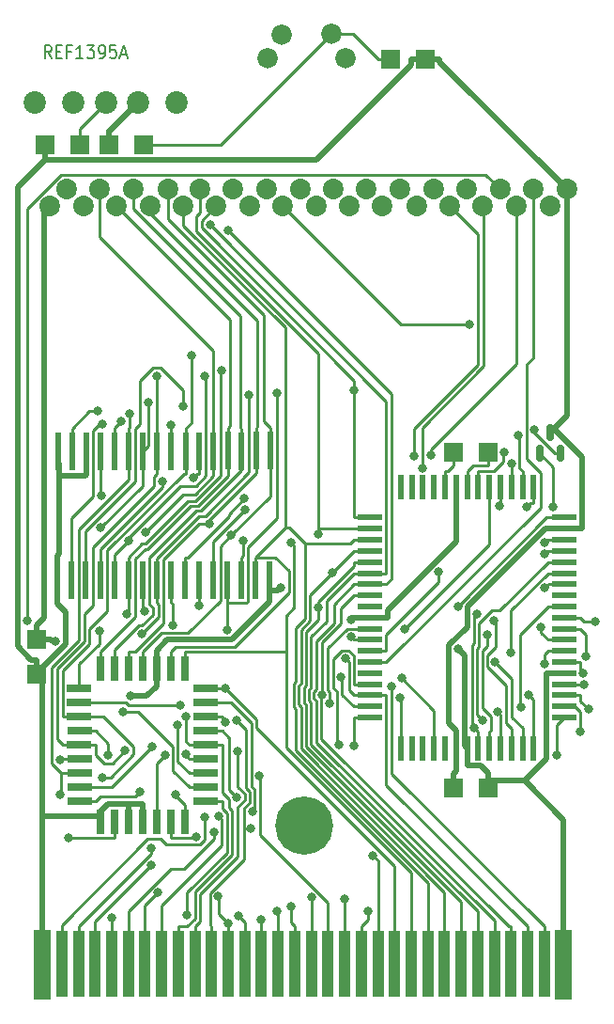
<source format=gbr>
%TF.GenerationSoftware,KiCad,Pcbnew,(6.0.2)*%
%TF.CreationDate,2022-10-22T13:12:19-05:00*%
%TF.ProjectId,REF1395A Optimized,52454631-3339-4354-9120-4f7074696d69,rev?*%
%TF.SameCoordinates,Original*%
%TF.FileFunction,Copper,L1,Top*%
%TF.FilePolarity,Positive*%
%FSLAX46Y46*%
G04 Gerber Fmt 4.6, Leading zero omitted, Abs format (unit mm)*
G04 Created by KiCad (PCBNEW (6.0.2)) date 2022-10-22 13:12:19*
%MOMM*%
%LPD*%
G01*
G04 APERTURE LIST*
G04 Aperture macros list*
%AMRoundRect*
0 Rectangle with rounded corners*
0 $1 Rounding radius*
0 $2 $3 $4 $5 $6 $7 $8 $9 X,Y pos of 4 corners*
0 Add a 4 corners polygon primitive as box body*
4,1,4,$2,$3,$4,$5,$6,$7,$8,$9,$2,$3,0*
0 Add four circle primitives for the rounded corners*
1,1,$1+$1,$2,$3*
1,1,$1+$1,$4,$5*
1,1,$1+$1,$6,$7*
1,1,$1+$1,$8,$9*
0 Add four rect primitives between the rounded corners*
20,1,$1+$1,$2,$3,$4,$5,0*
20,1,$1+$1,$4,$5,$6,$7,0*
20,1,$1+$1,$6,$7,$8,$9,0*
20,1,$1+$1,$8,$9,$2,$3,0*%
G04 Aperture macros list end*
%ADD10C,0.170000*%
%TA.AperFunction,NonConductor*%
%ADD11C,0.170000*%
%TD*%
%TA.AperFunction,SMDPad,CuDef*%
%ADD12R,2.250000X0.600000*%
%TD*%
%TA.AperFunction,SMDPad,CuDef*%
%ADD13R,0.600000X2.250000*%
%TD*%
%TA.AperFunction,SMDPad,CuDef*%
%ADD14RoundRect,0.150000X0.150000X-0.587500X0.150000X0.587500X-0.150000X0.587500X-0.150000X-0.587500X0*%
%TD*%
%TA.AperFunction,ComponentPad*%
%ADD15C,5.240000*%
%TD*%
%TA.AperFunction,ComponentPad*%
%ADD16C,1.860000*%
%TD*%
%TA.AperFunction,SMDPad,CuDef*%
%ADD17R,0.600000X3.420000*%
%TD*%
%TA.AperFunction,SMDPad,CuDef*%
%ADD18R,1.670000X1.670000*%
%TD*%
%TA.AperFunction,SMDPad,CuDef*%
%ADD19R,1.500000X6.250000*%
%TD*%
%TA.AperFunction,SMDPad,CuDef*%
%ADD20R,1.000000X6.000000*%
%TD*%
%TA.AperFunction,ComponentPad*%
%ADD21C,1.830000*%
%TD*%
%TA.AperFunction,ComponentPad*%
%ADD22C,2.020000*%
%TD*%
%TA.AperFunction,SMDPad,CuDef*%
%ADD23R,0.650000X2.300000*%
%TD*%
%TA.AperFunction,SMDPad,CuDef*%
%ADD24R,2.300000X0.650000*%
%TD*%
%TA.AperFunction,ViaPad*%
%ADD25C,0.800000*%
%TD*%
%TA.AperFunction,Conductor*%
%ADD26C,0.250000*%
%TD*%
%TA.AperFunction,Conductor*%
%ADD27C,0.500000*%
%TD*%
G04 APERTURE END LIST*
D10*
D11*
X123785000Y-57746857D02*
X123435000Y-57175428D01*
X123185000Y-57746857D02*
X123185000Y-56546857D01*
X123585000Y-56546857D01*
X123685000Y-56604000D01*
X123735000Y-56661142D01*
X123785000Y-56775428D01*
X123785000Y-56946857D01*
X123735000Y-57061142D01*
X123685000Y-57118285D01*
X123585000Y-57175428D01*
X123185000Y-57175428D01*
X124235000Y-57118285D02*
X124585000Y-57118285D01*
X124735000Y-57746857D02*
X124235000Y-57746857D01*
X124235000Y-56546857D01*
X124735000Y-56546857D01*
X125535000Y-57118285D02*
X125185000Y-57118285D01*
X125185000Y-57746857D02*
X125185000Y-56546857D01*
X125685000Y-56546857D01*
X126635000Y-57746857D02*
X126035000Y-57746857D01*
X126335000Y-57746857D02*
X126335000Y-56546857D01*
X126235000Y-56718285D01*
X126135000Y-56832571D01*
X126035000Y-56889714D01*
X126985000Y-56546857D02*
X127635000Y-56546857D01*
X127285000Y-57004000D01*
X127435000Y-57004000D01*
X127535000Y-57061142D01*
X127585000Y-57118285D01*
X127635000Y-57232571D01*
X127635000Y-57518285D01*
X127585000Y-57632571D01*
X127535000Y-57689714D01*
X127435000Y-57746857D01*
X127135000Y-57746857D01*
X127035000Y-57689714D01*
X126985000Y-57632571D01*
X128135000Y-57746857D02*
X128335000Y-57746857D01*
X128435000Y-57689714D01*
X128485000Y-57632571D01*
X128585000Y-57461142D01*
X128635000Y-57232571D01*
X128635000Y-56775428D01*
X128585000Y-56661142D01*
X128535000Y-56604000D01*
X128435000Y-56546857D01*
X128235000Y-56546857D01*
X128135000Y-56604000D01*
X128085000Y-56661142D01*
X128035000Y-56775428D01*
X128035000Y-57061142D01*
X128085000Y-57175428D01*
X128135000Y-57232571D01*
X128235000Y-57289714D01*
X128435000Y-57289714D01*
X128535000Y-57232571D01*
X128585000Y-57175428D01*
X128635000Y-57061142D01*
X129585000Y-56546857D02*
X129085000Y-56546857D01*
X129035000Y-57118285D01*
X129085000Y-57061142D01*
X129185000Y-57004000D01*
X129435000Y-57004000D01*
X129535000Y-57061142D01*
X129585000Y-57118285D01*
X129635000Y-57232571D01*
X129635000Y-57518285D01*
X129585000Y-57632571D01*
X129535000Y-57689714D01*
X129435000Y-57746857D01*
X129185000Y-57746857D01*
X129085000Y-57689714D01*
X129035000Y-57632571D01*
X130035000Y-57404000D02*
X130535000Y-57404000D01*
X129935000Y-57746857D02*
X130285000Y-56546857D01*
X130635000Y-57746857D01*
D12*
%TO.P,U3,1,I/O*%
%TO.N,/D0*%
X152520000Y-99099000D03*
%TO.P,U3,2,I/O*%
%TO.N,/D1*%
X152520000Y-100099000D03*
%TO.P,U3,3,I/O*%
%TO.N,/D2*%
X152520000Y-101099000D03*
%TO.P,U3,4,I/O*%
%TO.N,/D3*%
X152520000Y-102099000D03*
%TO.P,U3,5,I/O*%
%TO.N,/D4*%
X152520000Y-103099000D03*
%TO.P,U3,6,I/O*%
%TO.N,/D5*%
X152520000Y-104099000D03*
%TO.P,U3,7,I/O*%
%TO.N,/D6*%
X152520000Y-105099000D03*
%TO.P,U3,8,I/O*%
%TO.N,/D7*%
X152520000Y-106099000D03*
%TO.P,U3,9,I/O*%
%TO.N,unconnected-(U3-Pad9)*%
X152520000Y-107099000D03*
%TO.P,U3,10,GND*%
%TO.N,/GND*%
X152520000Y-108099000D03*
%TO.P,U3,11,I/O*%
%TO.N,/CE_SST*%
X152520000Y-109099000D03*
%TO.P,U3,12,I/O*%
%TO.N,/CE_V62*%
X152520000Y-110099000D03*
%TO.P,U3,13,I/O*%
%TO.N,/Rd_Game*%
X152520000Y-111099000D03*
%TO.P,U3,14,I/O*%
%TO.N,/Wr_Game*%
X152520000Y-112099000D03*
%TO.P,U3,15,I/O*%
%TO.N,unconnected-(U3-Pad15)*%
X152520000Y-113099000D03*
%TO.P,U3,16,I/O*%
%TO.N,/Rd_Sys*%
X152520000Y-114099000D03*
%TO.P,U3,17,I/O*%
%TO.N,/Reset*%
X152520000Y-115099000D03*
%TO.P,U3,18,I/O*%
%TO.N,/Switch*%
X152520000Y-116099000D03*
%TO.P,U3,19,I/O*%
%TO.N,/Wr_Sys*%
X152520000Y-117099000D03*
D13*
%TO.P,U3,20,I/O*%
%TO.N,/Button*%
X155270000Y-119849000D03*
%TO.P,U3,21,I/O*%
%TO.N,unconnected-(U3-Pad21)*%
X156270000Y-119849000D03*
%TO.P,U3,22,I/O*%
%TO.N,unconnected-(U3-Pad22)*%
X157270000Y-119849000D03*
%TO.P,U3,23,I/O*%
%TO.N,/A15_Game*%
X158270000Y-119849000D03*
%TO.P,U3,24,I/O*%
%TO.N,unconnected-(U3-Pad24)*%
X159270000Y-119849000D03*
%TO.P,U3,25,VCC*%
%TO.N,/VCC*%
X160270000Y-119849000D03*
%TO.P,U3,26,GND*%
%TO.N,/GND*%
X161270000Y-119849000D03*
%TO.P,U3,27,I/O*%
%TO.N,/A0*%
X162270000Y-119849000D03*
%TO.P,U3,28,I/O*%
%TO.N,/A1*%
X163270000Y-119849000D03*
%TO.P,U3,29,I/O*%
%TO.N,/A2*%
X164270000Y-119849000D03*
%TO.P,U3,30,I/O*%
%TO.N,/A3*%
X165270000Y-119849000D03*
%TO.P,U3,31,I/O*%
%TO.N,/A4*%
X166270000Y-119849000D03*
%TO.P,U3,32,I/O*%
%TO.N,/A5*%
X167270000Y-119849000D03*
D12*
%TO.P,U3,33,I/O*%
%TO.N,/A6*%
X170020000Y-117099000D03*
%TO.P,U3,34,I/O*%
%TO.N,/A7*%
X170020000Y-116099000D03*
%TO.P,U3,35,I/O*%
%TO.N,/A8*%
X170020000Y-115099000D03*
%TO.P,U3,36,I/O*%
%TO.N,/A9*%
X170020000Y-114099000D03*
%TO.P,U3,37,GND*%
%TO.N,/GND*%
X170020000Y-113099000D03*
%TO.P,U3,38,I/O*%
%TO.N,/A10*%
X170020000Y-112099000D03*
%TO.P,U3,39,I/O*%
%TO.N,/A11*%
X170020000Y-111099000D03*
%TO.P,U3,40,I/O*%
%TO.N,/A12*%
X170020000Y-110099000D03*
%TO.P,U3,41,I/O*%
%TO.N,/A13*%
X170020000Y-109099000D03*
%TO.P,U3,42,I/O*%
%TO.N,/A14*%
X170020000Y-108099000D03*
%TO.P,U3,43,I/O*%
%TO.N,/A15_Sys*%
X170020000Y-107099000D03*
%TO.P,U3,44,I/O*%
%TO.N,unconnected-(U3-Pad44)*%
X170020000Y-106099000D03*
%TO.P,U3,45,I/O*%
%TO.N,/A13_SST*%
X170020000Y-105099000D03*
%TO.P,U3,46,I/O*%
%TO.N,/A14_SST*%
X170020000Y-104099000D03*
%TO.P,U3,47,I/O*%
%TO.N,/A15_SST*%
X170020000Y-103099000D03*
%TO.P,U3,48,I/O*%
%TO.N,/A16_SST*%
X170020000Y-102099000D03*
%TO.P,U3,49,I/O*%
%TO.N,/BC847C*%
X170020000Y-101099000D03*
%TO.P,U3,50,VCC*%
%TO.N,/VCC*%
X170020000Y-100099000D03*
%TO.P,U3,51,I/O*%
%TO.N,/A12_V62*%
X170020000Y-99099000D03*
D13*
%TO.P,U3,52,I/O*%
%TO.N,/A13_V62*%
X167270000Y-96349000D03*
%TO.P,U3,53,I/O*%
%TO.N,/A14_V62*%
X166270000Y-96349000D03*
%TO.P,U3,54,I/O*%
%TO.N,/A15_V62*%
X165270000Y-96349000D03*
%TO.P,U3,55,I/O*%
%TO.N,/A16_V62*%
X164270000Y-96349000D03*
%TO.P,U3,56,I/O*%
%TO.N,/WE*%
X163270000Y-96349000D03*
%TO.P,U3,57,I/O*%
%TO.N,/OE_V62*%
X162270000Y-96349000D03*
%TO.P,U3,58,I/O*%
%TO.N,/Ind1*%
X161270000Y-96349000D03*
%TO.P,U3,59,GND*%
%TO.N,/GND*%
X160270000Y-96349000D03*
%TO.P,U3,60,I/O*%
%TO.N,/Ind2*%
X159270000Y-96349000D03*
%TO.P,U3,61,I/O*%
%TO.N,unconnected-(U3-Pad61)*%
X158270000Y-96349000D03*
%TO.P,U3,62,I/O*%
%TO.N,unconnected-(U3-Pad62)*%
X157270000Y-96349000D03*
%TO.P,U3,63,I/O*%
%TO.N,unconnected-(U3-Pad63)*%
X156270000Y-96349000D03*
%TO.P,U3,64,I/O*%
%TO.N,unconnected-(U3-Pad64)*%
X155270000Y-96349000D03*
%TD*%
D14*
%TO.P,Q1,1,B*%
%TO.N,/BC847C*%
X167791000Y-93336500D03*
%TO.P,Q1,2,E*%
%TO.N,/D0*%
X169691000Y-93336500D03*
%TO.P,Q1,3,C*%
%TO.N,/VCC*%
X168741000Y-91461500D03*
%TD*%
D15*
%TO.P,REF\u002A\u002A,1*%
%TO.N,N/C*%
X146580000Y-126866000D03*
%TD*%
D16*
%TO.P,J2,1,+5V*%
%TO.N,/VCC*%
X170263800Y-69521000D03*
%TO.P,J2,2,Clock*%
%TO.N,/Clk*%
X168717300Y-71029000D03*
%TO.P,J2,3,Write*%
%TO.N,/Wr_Game*%
X167248900Y-69520900D03*
%TO.P,J2,4,Read*%
%TO.N,/Rd_Game*%
X165700800Y-71027000D03*
%TO.P,J2,5,CS*%
%TO.N,/CS*%
X164230800Y-69521000D03*
%TO.P,J2,6,A0*%
%TO.N,/A0*%
X162684800Y-71029000D03*
%TO.P,J2,7,A1*%
%TO.N,/A1*%
X161216400Y-69520900D03*
%TO.P,J2,8,A2*%
%TO.N,/A2*%
X159666800Y-71028000D03*
%TO.P,J2,9,A3*%
%TO.N,/A3*%
X158240800Y-69522000D03*
%TO.P,J2,10,A4*%
%TO.N,/A4*%
X156692000Y-71029000D03*
%TO.P,J2,11,A5*%
%TO.N,/A5*%
X155183900Y-69520900D03*
%TO.P,J2,12,A6*%
%TO.N,/A6*%
X153631800Y-71029000D03*
%TO.P,J2,13,A7*%
%TO.N,/A7*%
X152167600Y-69520900D03*
%TO.P,J2,14,A8*%
%TO.N,/A8*%
X150617800Y-71029000D03*
%TO.P,J2,15,A9*%
%TO.N,/A9*%
X149231800Y-69520000D03*
%TO.P,J2,16,A10*%
%TO.N,/A10*%
X147680800Y-71030000D03*
%TO.P,J2,17,A11*%
%TO.N,/A11*%
X146210800Y-69521000D03*
%TO.P,J2,18,A12*%
%TO.N,/A12*%
X144665800Y-71028000D03*
%TO.P,J2,19,A13*%
%TO.N,/A13*%
X143196800Y-69522000D03*
%TO.P,J2,20,A14*%
%TO.N,/A14*%
X141648800Y-71030000D03*
%TO.P,J2,21,A15*%
%TO.N,/A15_Game*%
X140180800Y-69520000D03*
%TO.P,J2,22,Data_0*%
%TO.N,/D0*%
X138635800Y-71028000D03*
%TO.P,J2,23,Data_1*%
%TO.N,/D1*%
X137202800Y-69519000D03*
%TO.P,J2,24,Data_2*%
%TO.N,/D2*%
X135658800Y-71029000D03*
%TO.P,J2,25,Data_3*%
%TO.N,/D3*%
X134267800Y-69524000D03*
%TO.P,J2,26,Data_4*%
%TO.N,/D4*%
X132716800Y-71027000D03*
%TO.P,J2,27,Data_5*%
%TO.N,/D5*%
X131171800Y-69522000D03*
%TO.P,J2,28,Data_6*%
%TO.N,/D6*%
X129664800Y-71029000D03*
%TO.P,J2,29,Data_7*%
%TO.N,/D7*%
X128157800Y-69522000D03*
%TO.P,J2,30,Reset*%
%TO.N,/Reset*%
X126650800Y-71037000D03*
%TO.P,J2,31,Audio*%
%TO.N,/Audio*%
X125135800Y-69522000D03*
%TO.P,J2,32,GND*%
%TO.N,/GND*%
X123632300Y-71029000D03*
%TD*%
D17*
%TO.P,U2,1,N/C*%
%TO.N,/VCC*%
X124317500Y-104723000D03*
%TO.P,U2,2,A16*%
%TO.N,/A16_V62*%
X125588500Y-104723000D03*
%TO.P,U2,3,A14*%
%TO.N,/A14_V62*%
X126858500Y-104723000D03*
%TO.P,U2,4,A12*%
%TO.N,/A12_V62*%
X128163500Y-104720000D03*
%TO.P,U2,5,A7*%
%TO.N,/A7*%
X129438500Y-104720000D03*
%TO.P,U2,6,A6*%
%TO.N,/A6*%
X130703500Y-104720000D03*
%TO.P,U2,7,A5*%
%TO.N,/A5*%
X131978500Y-104720000D03*
%TO.P,U2,8,A4*%
%TO.N,/A4*%
X133249500Y-104720000D03*
%TO.P,U2,9,A3*%
%TO.N,/A3*%
X134554500Y-104720000D03*
%TO.P,U2,10,A2*%
%TO.N,/A2*%
X135825500Y-104720000D03*
%TO.P,U2,11,A1*%
%TO.N,/A1*%
X137053500Y-104720000D03*
%TO.P,U2,12,A0*%
%TO.N,/A0*%
X138360500Y-104720000D03*
%TO.P,U2,13,I/O_0*%
%TO.N,/D0*%
X139641500Y-104720000D03*
%TO.P,U2,14,I/O_1*%
%TO.N,/D1*%
X140907500Y-104719000D03*
%TO.P,U2,15,I/O_2*%
%TO.N,/D2*%
X142172500Y-104719000D03*
%TO.P,U2,16,GND*%
%TO.N,/GND*%
X143480500Y-104719000D03*
%TO.P,U2,17,I/O_3*%
%TO.N,/D3*%
X143522500Y-93089000D03*
%TO.P,U2,18,I/O_4*%
%TO.N,/D4*%
X142216500Y-93087000D03*
%TO.P,U2,19,I/O_5*%
%TO.N,/D5*%
X140941500Y-93100000D03*
%TO.P,U2,20,I/O_6*%
%TO.N,/D6*%
X139676500Y-93090000D03*
%TO.P,U2,21,I/O_7*%
%TO.N,/D7*%
X138401500Y-93094000D03*
%TO.P,U2,22,CE_1*%
%TO.N,/CE_V62*%
X137099500Y-93094000D03*
%TO.P,U2,23,A10*%
%TO.N,/A10*%
X135866500Y-93094000D03*
%TO.P,U2,24,OE*%
%TO.N,/OE_V62*%
X134590500Y-93094000D03*
%TO.P,U2,25,A11*%
%TO.N,/A11*%
X133288500Y-93091000D03*
%TO.P,U2,26,A9*%
%TO.N,/A9*%
X132017500Y-93091000D03*
%TO.P,U2,27,A8*%
%TO.N,/A8*%
X130744500Y-93093000D03*
%TO.P,U2,28,A13*%
%TO.N,/A13_V62*%
X129474500Y-93093000D03*
%TO.P,U2,29,WE*%
%TO.N,/WE*%
X128210500Y-93093000D03*
%TO.P,U2,30,CE_2*%
%TO.N,/VCC*%
X126899500Y-93093000D03*
%TO.P,U2,31,A15*%
%TO.N,/A15_V62*%
X125621500Y-93094000D03*
%TO.P,U2,32,VCC*%
%TO.N,/VCC*%
X124356500Y-93094000D03*
%TD*%
D18*
%TO.P,C1,1*%
%TO.N,/GND*%
X122415000Y-110053000D03*
%TO.P,C1,2*%
%TO.N,/VCC*%
X122424000Y-113184000D03*
%TD*%
D19*
%TO.P,J1,1,+5V*%
%TO.N,/VCC*%
X122965484Y-139372200D03*
D20*
%TO.P,J1,2,Clock*%
%TO.N,/Clk*%
X124715742Y-139247200D03*
%TO.P,J1,3,Write*%
%TO.N,/Wr_Sys*%
X126216000Y-139247200D03*
%TO.P,J1,4,Read*%
%TO.N,/Rd_Sys*%
X127716258Y-139247200D03*
%TO.P,J1,5,CS*%
%TO.N,/CS*%
X129216516Y-139247200D03*
%TO.P,J1,6,A0*%
%TO.N,/A0*%
X130716774Y-139247200D03*
%TO.P,J1,7,A1*%
%TO.N,/A1*%
X132217032Y-139247200D03*
%TO.P,J1,8,A2*%
%TO.N,/A2*%
X133717290Y-139247200D03*
%TO.P,J1,9,A3*%
%TO.N,/A3*%
X135217548Y-139247200D03*
%TO.P,J1,10,A4*%
%TO.N,/A4*%
X136717806Y-139247200D03*
%TO.P,J1,11,A5*%
%TO.N,/A5*%
X138218064Y-139247200D03*
%TO.P,J1,12,A6*%
%TO.N,/A6*%
X139718322Y-139247200D03*
%TO.P,J1,13,A7*%
%TO.N,/A7*%
X141218580Y-139247200D03*
%TO.P,J1,14,A8*%
%TO.N,/A8*%
X142718838Y-139247200D03*
%TO.P,J1,15,A9*%
%TO.N,/A9*%
X144219096Y-139247200D03*
%TO.P,J1,16,A10*%
%TO.N,/A10*%
X145719354Y-139247200D03*
%TO.P,J1,17,A11*%
%TO.N,/A11*%
X147219612Y-139247200D03*
%TO.P,J1,18,A12*%
%TO.N,/A12*%
X148719870Y-139247200D03*
%TO.P,J1,19,A13*%
%TO.N,/A13*%
X150220128Y-139247200D03*
%TO.P,J1,20,A14*%
%TO.N,/A14*%
X151720386Y-139247200D03*
%TO.P,J1,21,A15*%
%TO.N,/A15_Sys*%
X153220644Y-139247200D03*
%TO.P,J1,22,Data_0*%
%TO.N,/D0*%
X154720902Y-139247200D03*
%TO.P,J1,23,Data_1*%
%TO.N,/D1*%
X156221160Y-139247200D03*
%TO.P,J1,24,Data_2*%
%TO.N,/D2*%
X157721418Y-139247200D03*
%TO.P,J1,25,Data_3*%
%TO.N,/D3*%
X159221676Y-139247200D03*
%TO.P,J1,26,Data_4*%
%TO.N,/D4*%
X160721934Y-139247200D03*
%TO.P,J1,27,Data_5*%
%TO.N,/D5*%
X162222192Y-139247200D03*
%TO.P,J1,28,Data_6*%
%TO.N,/D6*%
X163722450Y-139247200D03*
%TO.P,J1,29,Data_7*%
%TO.N,/D7*%
X165222708Y-139247200D03*
%TO.P,J1,30,Reset*%
%TO.N,/Reset*%
X166722966Y-139247200D03*
%TO.P,J1,31,Audio*%
%TO.N,/Audio*%
X168223224Y-139247200D03*
D19*
%TO.P,J1,32,GND*%
%TO.N,/GND*%
X169973484Y-139372200D03*
%TD*%
D18*
%TO.P,R2,1*%
%TO.N,/Button*%
X154384000Y-57833000D03*
%TO.P,R2,2*%
%TO.N,/VCC*%
X157515000Y-57824000D03*
%TD*%
D21*
%TO.P,SW1,1,1*%
%TO.N,unconnected-(SW1-Pad1)*%
X143279000Y-57730000D03*
%TO.P,SW1,2,2*%
%TO.N,/GND*%
X144552000Y-55587000D03*
%TO.P,SW1,3,3*%
%TO.N,/Button*%
X149003000Y-55547000D03*
%TO.P,SW1,4,4*%
%TO.N,unconnected-(SW1-Pad4)*%
X150309000Y-57730000D03*
%TD*%
D18*
%TO.P,C3,1*%
%TO.N,/GND*%
X128968000Y-65551000D03*
%TO.P,C3,2*%
%TO.N,/Button*%
X132099000Y-65542000D03*
%TD*%
%TO.P,I1,1*%
%TO.N,/Ind1*%
X163189000Y-93228000D03*
%TO.P,I1,2*%
%TO.N,/Ind2*%
X160058000Y-93237000D03*
%TD*%
D22*
%TO.P,J3,1,A*%
%TO.N,unconnected-(J3-Pad1)*%
X125709000Y-61703000D03*
%TO.P,J3,2,B*%
%TO.N,/Switch*%
X128682000Y-61706000D03*
%TO.P,J3,3,C*%
%TO.N,/GND*%
X131585000Y-61705000D03*
%TO.P,J3,4*%
%TO.N,N/C*%
X122252000Y-61705000D03*
%TO.P,J3,5*%
X135034000Y-61707000D03*
%TD*%
D18*
%TO.P,R1,1*%
%TO.N,/Switch*%
X126313500Y-65553500D03*
%TO.P,R1,2*%
%TO.N,/VCC*%
X123182500Y-65562500D03*
%TD*%
D23*
%TO.P,U1,1,N/C*%
%TO.N,/VCC*%
X131994000Y-126465000D03*
%TO.P,U1,2,A16*%
%TO.N,/A16_SST*%
X133266000Y-126467000D03*
%TO.P,U1,3,A15*%
%TO.N,/A15_SST*%
X134535000Y-126466000D03*
%TO.P,U1,4,A12*%
%TO.N,/A12*%
X135805000Y-126466000D03*
D24*
%TO.P,U1,5,A7*%
%TO.N,/A7*%
X137695000Y-124645000D03*
%TO.P,U1,6,A6*%
%TO.N,/A6*%
X137695000Y-123376000D03*
%TO.P,U1,7,A5*%
%TO.N,/A5*%
X137693000Y-122105000D03*
%TO.P,U1,8,A4*%
%TO.N,/A4*%
X137694000Y-120835000D03*
%TO.P,U1,9,A3*%
%TO.N,/A3*%
X137695000Y-119569000D03*
%TO.P,U1,10,A2*%
%TO.N,/A2*%
X137696000Y-118296000D03*
%TO.P,U1,11,A1*%
%TO.N,/A1*%
X137694000Y-117025000D03*
%TO.P,U1,12,A0*%
%TO.N,/A0*%
X137696000Y-115758000D03*
%TO.P,U1,13,DQ0*%
%TO.N,/D0*%
X137693000Y-114488000D03*
D23*
%TO.P,U1,14,DQ1*%
%TO.N,/D1*%
X135802000Y-112664000D03*
%TO.P,U1,15,DQ2*%
%TO.N,/D2*%
X134533000Y-112667000D03*
%TO.P,U1,16,GND*%
%TO.N,/GND*%
X133264000Y-112663000D03*
%TO.P,U1,17,DQ3*%
%TO.N,/D3*%
X131995000Y-112664000D03*
%TO.P,U1,18,DQ4*%
%TO.N,/D4*%
X130727000Y-112664000D03*
%TO.P,U1,19,DQ5*%
%TO.N,/D5*%
X129454000Y-112663000D03*
%TO.P,U1,20,DQ6*%
%TO.N,/D6*%
X128183000Y-112664000D03*
D24*
%TO.P,U1,21,DQ7*%
%TO.N,/D7*%
X126293000Y-114482000D03*
%TO.P,U1,22,CE#*%
%TO.N,/CE_SST*%
X126293000Y-115758000D03*
%TO.P,U1,23,A10*%
%TO.N,/A10*%
X126293000Y-117023000D03*
%TO.P,U1,24,OE#*%
%TO.N,/Rd_Sys*%
X126297000Y-118299000D03*
%TO.P,U1,25,A11*%
%TO.N,/A11*%
X126292000Y-119563000D03*
%TO.P,U1,26,A9*%
%TO.N,/A9*%
X126299000Y-120836000D03*
%TO.P,U1,27,A8*%
%TO.N,/A8*%
X126298000Y-122104000D03*
%TO.P,U1,28,A13*%
%TO.N,/A13_SST*%
X126298000Y-123376000D03*
%TO.P,U1,29,A14*%
%TO.N,/A14_SST*%
X126297000Y-124647000D03*
D23*
%TO.P,U1,30,N/C*%
%TO.N,/VCC*%
X128185000Y-126463000D03*
%TO.P,U1,31,WE#*%
%TO.N,/WE*%
X129453000Y-126463000D03*
%TO.P,U1,32,VCC*%
%TO.N,/VCC*%
X130725000Y-126468000D03*
%TD*%
D18*
%TO.P,C2,1*%
%TO.N,/GND*%
X163207000Y-123412000D03*
%TO.P,C2,2*%
%TO.N,/VCC*%
X160076000Y-123421000D03*
%TD*%
D25*
%TO.N,/Audio*%
X154443600Y-114304400D03*
%TO.N,/CS*%
X129216500Y-135138000D03*
X121572700Y-108403900D03*
%TO.N,/Clk*%
X137606100Y-126093200D03*
%TO.N,/OE_V62*%
X134590500Y-90773400D03*
X164627700Y-93174800D03*
%TO.N,/WE*%
X128262800Y-97092700D03*
X155640500Y-109136800D03*
X125334900Y-127938100D03*
%TO.N,/A16_V62*%
X128367100Y-90638800D03*
X164196100Y-98081000D03*
%TO.N,/A15_V62*%
X127930400Y-89509000D03*
X165270000Y-94211300D03*
%TO.N,/A14_V62*%
X135665100Y-89026800D03*
X165857700Y-91728000D03*
%TO.N,/A13_V62*%
X130084200Y-90456800D03*
X166648700Y-98098700D03*
%TO.N,/A12_V62*%
X133753200Y-95851200D03*
X160423900Y-107126300D03*
%TO.N,/BC847C*%
X169036100Y-98165600D03*
X168278100Y-101321400D03*
%TO.N,/A16_SST*%
X134006100Y-120469900D03*
X168227100Y-102387100D03*
%TO.N,/A15_SST*%
X136838900Y-127809800D03*
X162670600Y-117320900D03*
%TO.N,/A14_SST*%
X165232800Y-111289100D03*
X131789600Y-123760400D03*
%TO.N,/A13_SST*%
X132821400Y-119750300D03*
X168279700Y-105447200D03*
%TO.N,/A15_Sys*%
X152767700Y-129531700D03*
X166151600Y-116147800D03*
%TO.N,/A14*%
X152344900Y-134555200D03*
X172827900Y-108458900D03*
%TO.N,/A13*%
X171988100Y-111588200D03*
X150220100Y-133448200D03*
%TO.N,/A12*%
X134937600Y-124025200D03*
X142550800Y-122371200D03*
X167909200Y-108932000D03*
X161479100Y-81683000D03*
%TO.N,/A11*%
X168214100Y-112234400D03*
X147219600Y-133274900D03*
X133288500Y-86343400D03*
X130439800Y-120036900D03*
%TO.N,/A10*%
X145365600Y-134105100D03*
X136390200Y-84534100D03*
X171753300Y-113139300D03*
X128408200Y-122475200D03*
%TO.N,/A9*%
X124547400Y-120908300D03*
X128222000Y-100019600D03*
X144133800Y-134557700D03*
X171789100Y-114161900D03*
X132516400Y-88770600D03*
%TO.N,/A8*%
X130825800Y-89760200D03*
X124575400Y-124018200D03*
X142718800Y-135282900D03*
X172207100Y-116370500D03*
%TO.N,/A7*%
X130721000Y-101182200D03*
X140643300Y-134941900D03*
X171470100Y-118404500D03*
X137631300Y-86358500D03*
X136014800Y-134911700D03*
%TO.N,/A6*%
X139136500Y-85883300D03*
X130268200Y-116569200D03*
X130597800Y-107737700D03*
X139718300Y-135644000D03*
X169349600Y-120458400D03*
X138799300Y-133187100D03*
%TO.N,/A5*%
X135155800Y-117754800D03*
X132189400Y-107522100D03*
X140485900Y-117339100D03*
X141768200Y-127095300D03*
X166792600Y-115036700D03*
%TO.N,/A4*%
X135940200Y-120404100D03*
X140591400Y-120139800D03*
X141579000Y-88025000D03*
X163801600Y-112138500D03*
X131947200Y-109520800D03*
%TO.N,/A3*%
X135932600Y-117029600D03*
X134684600Y-108789600D03*
X163684100Y-108378400D03*
%TO.N,/A2*%
X140489900Y-124260300D03*
X138865700Y-126008500D03*
X163978400Y-116577700D03*
X156500800Y-93579300D03*
X141193800Y-97368600D03*
%TO.N,/A1*%
X163079400Y-109621900D03*
X137053500Y-107037700D03*
X139449400Y-117548500D03*
X133378300Y-132866100D03*
%TO.N,/A0*%
X161927400Y-117992100D03*
X141911100Y-125526800D03*
X162124200Y-107795200D03*
X141266400Y-98382600D03*
X138415600Y-127462600D03*
X157239800Y-94615800D03*
%TO.N,/A15_Game*%
X155351100Y-113579300D03*
%TO.N,/Button*%
X155168700Y-115304600D03*
%TO.N,/Wr_Sys*%
X132748800Y-128825200D03*
X151069900Y-119630600D03*
%TO.N,/Switch*%
X149892900Y-113483700D03*
%TO.N,/Reset*%
X150268300Y-111768500D03*
%TO.N,/Rd_Sys*%
X132782000Y-130399500D03*
X149742800Y-119563200D03*
X128904100Y-120483300D03*
%TO.N,/Rd_Game*%
X158043200Y-93494500D03*
X158715400Y-104004100D03*
%TO.N,/CE_V62*%
X136549500Y-95515200D03*
X150773500Y-109842900D03*
%TO.N,/CE_SST*%
X135390700Y-115994700D03*
X148826100Y-115841100D03*
%TO.N,/GND*%
X124167200Y-110207000D03*
X130948500Y-115147900D03*
X144417800Y-105427100D03*
X150771700Y-108272200D03*
X160481800Y-110946200D03*
%TO.N,/D7*%
X128099600Y-109267700D03*
X148168800Y-115083900D03*
X132229600Y-100450800D03*
%TO.N,/D6*%
X139687300Y-73229200D03*
%TO.N,/D5*%
X138079300Y-72746300D03*
%TO.N,/D4*%
X147841600Y-107146800D03*
X138041400Y-99687200D03*
%TO.N,/D3*%
X149154700Y-104014200D03*
X140001000Y-100699900D03*
%TO.N,/D1*%
X145402800Y-101311500D03*
X147851800Y-100625100D03*
X141030100Y-101214900D03*
%TO.N,/D0*%
X139471900Y-114488000D03*
X139641500Y-109227400D03*
X144126800Y-87857700D03*
X167326200Y-91177100D03*
X151069900Y-87664900D03*
%TD*%
D26*
%TO.N,/Audio*%
X168223200Y-139247200D02*
X168223200Y-135922100D01*
X154443600Y-122142500D02*
X154443600Y-114304400D01*
X168223200Y-135922100D02*
X154443600Y-122142500D01*
%TO.N,/CS*%
X129216500Y-139247200D02*
X129216500Y-135138000D01*
X121572700Y-71297000D02*
X121572700Y-108403900D01*
X124641300Y-68228400D02*
X121572700Y-71297000D01*
X162938200Y-68228400D02*
X124641300Y-68228400D01*
X164230800Y-69521000D02*
X162938200Y-68228400D01*
%TO.N,/Clk*%
X137606100Y-128136900D02*
X137606100Y-126093200D01*
X137179800Y-128563200D02*
X137606100Y-128136900D01*
X134118400Y-128563200D02*
X137179800Y-128563200D01*
X133609700Y-128054500D02*
X134118400Y-128563200D01*
X132468700Y-128054500D02*
X133609700Y-128054500D01*
X124715700Y-135807500D02*
X132468700Y-128054500D01*
X124715700Y-139247200D02*
X124715700Y-135807500D01*
%TO.N,/Ind2*%
X159556200Y-94898900D02*
X159270000Y-94898900D01*
X160058000Y-94397100D02*
X159556200Y-94898900D01*
X160058000Y-93237000D02*
X160058000Y-94397100D01*
X159270000Y-96349000D02*
X159270000Y-94898900D01*
%TO.N,/Ind1*%
X161780800Y-94388100D02*
X161270000Y-94898900D01*
X163189000Y-94388100D02*
X161780800Y-94388100D01*
X163189000Y-93228000D02*
X163189000Y-94388100D01*
X161270000Y-96349000D02*
X161270000Y-94898900D01*
%TO.N,/OE_V62*%
X162270000Y-96349000D02*
X162270000Y-94898900D01*
X134590500Y-93094000D02*
X134590500Y-91058900D01*
X163694000Y-94898900D02*
X162270000Y-94898900D01*
X164487500Y-94105400D02*
X163694000Y-94898900D01*
X164487500Y-93315000D02*
X164487500Y-94105400D01*
X164627700Y-93174800D02*
X164487500Y-93315000D01*
X134590500Y-91058900D02*
X134590500Y-90773400D01*
%TO.N,/WE*%
X128210500Y-97040400D02*
X128210500Y-93093000D01*
X128262800Y-97092700D02*
X128210500Y-97040400D01*
X129453000Y-126463000D02*
X129453000Y-127938100D01*
X163270000Y-101507300D02*
X155640500Y-109136800D01*
X163270000Y-96349000D02*
X163270000Y-101507300D01*
X129453000Y-127938100D02*
X125334900Y-127938100D01*
%TO.N,/A16_V62*%
X164270000Y-96349000D02*
X164270000Y-97799100D01*
X164196100Y-97873000D02*
X164196100Y-98081000D01*
X164270000Y-97799100D02*
X164196100Y-97873000D01*
X128130200Y-90638800D02*
X128367100Y-90638800D01*
X127524600Y-91244400D02*
X128130200Y-90638800D01*
X127524600Y-97193500D02*
X127524600Y-91244400D01*
X125588500Y-99129600D02*
X127524600Y-97193500D01*
X125588500Y-104723000D02*
X125588500Y-99129600D01*
%TO.N,/A15_V62*%
X125621500Y-93094000D02*
X125621500Y-91058900D01*
X127171400Y-89509000D02*
X127930400Y-89509000D01*
X125621500Y-91058900D02*
X127171400Y-89509000D01*
X165270000Y-94211300D02*
X165270000Y-96349000D01*
%TO.N,/A14_V62*%
X166270000Y-96349000D02*
X166270000Y-94898900D01*
X126858500Y-100323800D02*
X126858500Y-104723000D01*
X131369700Y-95812600D02*
X126858500Y-100323800D01*
X131369700Y-91126100D02*
X131369700Y-95812600D01*
X131791300Y-90704500D02*
X131369700Y-91126100D01*
X131791300Y-86759900D02*
X131791300Y-90704500D01*
X132940100Y-85611100D02*
X131791300Y-86759900D01*
X133606000Y-85611100D02*
X132940100Y-85611100D01*
X135665100Y-87670200D02*
X133606000Y-85611100D01*
X135665100Y-89026800D02*
X135665100Y-87670200D01*
X165995200Y-94624100D02*
X166270000Y-94898900D01*
X165995200Y-91865500D02*
X165995200Y-94624100D01*
X165857700Y-91728000D02*
X165995200Y-91865500D01*
%TO.N,/A13_V62*%
X129474500Y-93093000D02*
X129474500Y-91057900D01*
X130075600Y-90456800D02*
X130084200Y-90456800D01*
X129474500Y-91057900D02*
X130075600Y-90456800D01*
X166948300Y-97799100D02*
X166648700Y-98098700D01*
X167270000Y-97799100D02*
X166948300Y-97799100D01*
X167270000Y-96349000D02*
X167270000Y-97799100D01*
%TO.N,/A12_V62*%
X128163500Y-104720000D02*
X128163500Y-102684900D01*
X170020000Y-99099000D02*
X168569900Y-99099000D01*
X133753200Y-96364200D02*
X133753200Y-95851200D01*
X128163500Y-101953900D02*
X133753200Y-96364200D01*
X128163500Y-102684900D02*
X128163500Y-101953900D01*
X168451200Y-99099000D02*
X160423900Y-107126300D01*
X168569900Y-99099000D02*
X168451200Y-99099000D01*
%TO.N,/BC847C*%
X169036100Y-94581600D02*
X169036100Y-98165600D01*
X167791000Y-93336500D02*
X169036100Y-94581600D01*
X168500500Y-101099000D02*
X170020000Y-101099000D01*
X168278100Y-101321400D02*
X168500500Y-101099000D01*
%TO.N,/A16_SST*%
X133266000Y-121210000D02*
X134006100Y-120469900D01*
X133266000Y-126467000D02*
X133266000Y-121210000D01*
X170020000Y-102099000D02*
X168569900Y-102099000D01*
X168281800Y-102387100D02*
X168569900Y-102099000D01*
X168227100Y-102387100D02*
X168281800Y-102387100D01*
%TO.N,/A15_SST*%
X134535000Y-126466000D02*
X134535000Y-127941100D01*
X136707600Y-127941100D02*
X136838900Y-127809800D01*
X134535000Y-127941100D02*
X136707600Y-127941100D01*
X170020000Y-103099000D02*
X168569900Y-103099000D01*
X162176300Y-116826600D02*
X162670600Y-117320900D01*
X162176300Y-110911900D02*
X162176300Y-116826600D01*
X162354300Y-110733900D02*
X162176300Y-110911900D01*
X162354300Y-108605500D02*
X162354300Y-110733900D01*
X163512900Y-107446900D02*
X162354300Y-108605500D01*
X164222000Y-107446900D02*
X163512900Y-107446900D01*
X168569900Y-103099000D02*
X164222000Y-107446900D01*
%TO.N,/A14_SST*%
X126297000Y-124647000D02*
X127772100Y-124647000D01*
X170020000Y-104099000D02*
X168569900Y-104099000D01*
X131346700Y-124203300D02*
X131789600Y-123760400D01*
X128215800Y-124203300D02*
X131346700Y-124203300D01*
X127772100Y-124647000D02*
X128215800Y-124203300D01*
X165232800Y-107436100D02*
X165232800Y-111289100D01*
X168569900Y-104099000D02*
X165232800Y-107436100D01*
%TO.N,/A13_SST*%
X129195700Y-123376000D02*
X132821400Y-119750300D01*
X126298000Y-123376000D02*
X129195700Y-123376000D01*
X170020000Y-105099000D02*
X168569900Y-105099000D01*
X168569900Y-105157000D02*
X168279700Y-105447200D01*
X168569900Y-105099000D02*
X168569900Y-105157000D01*
%TO.N,/A15_Sys*%
X166054800Y-109614100D02*
X168569900Y-107099000D01*
X166054800Y-116051000D02*
X166054800Y-109614100D01*
X166151600Y-116147800D02*
X166054800Y-116051000D01*
X170020000Y-107099000D02*
X168569900Y-107099000D01*
X153220600Y-129984600D02*
X152767700Y-129531700D01*
X153220600Y-139247200D02*
X153220600Y-129984600D01*
%TO.N,/A14*%
X170020000Y-108099000D02*
X171470100Y-108099000D01*
X151720400Y-139247200D02*
X151720400Y-135922100D01*
X171830000Y-108458900D02*
X172827900Y-108458900D01*
X171470100Y-108099000D02*
X171830000Y-108458900D01*
X152344900Y-135297600D02*
X152344900Y-134555200D01*
X151720400Y-135922100D02*
X152344900Y-135297600D01*
%TO.N,/A13*%
X170020000Y-109099000D02*
X171470100Y-109099000D01*
X171988100Y-109617000D02*
X171988100Y-111588200D01*
X171470100Y-109099000D02*
X171988100Y-109617000D01*
X150220100Y-139247200D02*
X150220100Y-133448200D01*
%TO.N,/A12*%
X135805000Y-126466000D02*
X135805000Y-124990900D01*
X134937600Y-124123500D02*
X135805000Y-124990900D01*
X134937600Y-124025200D02*
X134937600Y-124123500D01*
X170020000Y-110099000D02*
X168569900Y-110099000D01*
X142636200Y-122456600D02*
X142550800Y-122371200D01*
X142636200Y-127666100D02*
X142636200Y-122456600D01*
X148719900Y-133749800D02*
X142636200Y-127666100D01*
X148719900Y-139247200D02*
X148719900Y-133749800D01*
X155320800Y-81683000D02*
X161479100Y-81683000D01*
X144665800Y-71028000D02*
X155320800Y-81683000D01*
X167909300Y-108932000D02*
X167909200Y-108932000D01*
X167909300Y-109438400D02*
X167909300Y-108932000D01*
X168569900Y-110099000D02*
X167909300Y-109438400D01*
%TO.N,/A11*%
X170020000Y-111099000D02*
X168569900Y-111099000D01*
X147219600Y-139247200D02*
X147219600Y-133274900D01*
X168214100Y-111454800D02*
X168214100Y-112234400D01*
X168569900Y-111099000D02*
X168214100Y-111454800D01*
X133288500Y-92073400D02*
X133288500Y-91055900D01*
X133288500Y-92073400D02*
X133288500Y-93091000D01*
X124308600Y-119054700D02*
X124816900Y-119563000D01*
X124308600Y-112718200D02*
X124308600Y-119054700D01*
X126752300Y-110274500D02*
X124308600Y-112718200D01*
X126752300Y-107784400D02*
X126752300Y-110274500D01*
X127511000Y-107025700D02*
X126752300Y-107784400D01*
X127511000Y-101775100D02*
X127511000Y-107025700D01*
X133008700Y-96277400D02*
X127511000Y-101775100D01*
X133008700Y-95405900D02*
X133008700Y-96277400D01*
X133288500Y-95126100D02*
X133008700Y-95405900D01*
X133288500Y-93091000D02*
X133288500Y-95126100D01*
X133288500Y-91055900D02*
X133288500Y-86343400D01*
X125554500Y-119563000D02*
X124816900Y-119563000D01*
X125554500Y-119563000D02*
X126292000Y-119563000D01*
X126292000Y-119563000D02*
X127767100Y-119563000D01*
X129268300Y-121208400D02*
X130439800Y-120036900D01*
X128510300Y-121208400D02*
X129268300Y-121208400D01*
X127791800Y-120489900D02*
X128510300Y-121208400D01*
X127791800Y-119587700D02*
X127791800Y-120489900D01*
X127767100Y-119563000D02*
X127791800Y-119587700D01*
%TO.N,/A10*%
X145719400Y-139247200D02*
X145719400Y-135922100D01*
X135866500Y-93094000D02*
X135866500Y-91058900D01*
X170020000Y-112099000D02*
X171470100Y-112099000D01*
X171470100Y-112856100D02*
X171753300Y-113139300D01*
X171470100Y-112099000D02*
X171470100Y-112856100D01*
X145365600Y-135568300D02*
X145365600Y-134105100D01*
X145719400Y-135922100D02*
X145365600Y-135568300D01*
X135866500Y-93094000D02*
X135866500Y-95129100D01*
X135748400Y-95129100D02*
X135866500Y-95129100D01*
X128812800Y-102064700D02*
X135748400Y-95129100D01*
X128812800Y-107518800D02*
X128812800Y-102064700D01*
X127202500Y-109129100D02*
X128812800Y-107518800D01*
X127202500Y-110460800D02*
X127202500Y-109129100D01*
X124817900Y-112845400D02*
X127202500Y-110460800D01*
X124817900Y-117023000D02*
X124817900Y-112845400D01*
X136390200Y-90535200D02*
X136390200Y-84534100D01*
X135866500Y-91058900D02*
X136390200Y-90535200D01*
X125555500Y-117023000D02*
X124817900Y-117023000D01*
X125555500Y-117023000D02*
X126293000Y-117023000D01*
X129100700Y-122475200D02*
X128408200Y-122475200D01*
X131165000Y-120410900D02*
X129100700Y-122475200D01*
X131165000Y-119736400D02*
X131165000Y-120410900D01*
X128451600Y-117023000D02*
X131165000Y-119736400D01*
X126293000Y-117023000D02*
X128451600Y-117023000D01*
%TO.N,/A9*%
X124619700Y-120836000D02*
X124547400Y-120908300D01*
X126299000Y-120836000D02*
X124619700Y-120836000D01*
X132017500Y-96224100D02*
X128222000Y-100019600D01*
X132017500Y-95126100D02*
X132017500Y-96224100D01*
X144219100Y-139247200D02*
X144219100Y-135922100D01*
X170020000Y-114099000D02*
X171470100Y-114099000D01*
X171533000Y-114161900D02*
X171789100Y-114161900D01*
X171470100Y-114099000D02*
X171533000Y-114161900D01*
X144219100Y-134643000D02*
X144133800Y-134557700D01*
X144219100Y-135922100D02*
X144219100Y-134643000D01*
X132017500Y-94108500D02*
X132017500Y-95126100D01*
X132017500Y-94108500D02*
X132017500Y-93091000D01*
X132516400Y-92592100D02*
X132017500Y-93091000D01*
X132516400Y-88770600D02*
X132516400Y-92592100D01*
%TO.N,/A8*%
X126298000Y-122104000D02*
X124822900Y-122104000D01*
X130744500Y-93093000D02*
X130744500Y-91057900D01*
X130825800Y-90976600D02*
X130825800Y-89760200D01*
X130744500Y-91057900D02*
X130825800Y-90976600D01*
X124669300Y-122104000D02*
X124822900Y-122104000D01*
X142718800Y-139247200D02*
X142718800Y-135922100D01*
X124669300Y-123924300D02*
X124575400Y-124018200D01*
X124669300Y-122104000D02*
X124669300Y-123924300D01*
X170020000Y-115099000D02*
X171470100Y-115099000D01*
X171470100Y-115633500D02*
X172207100Y-116370500D01*
X171470100Y-115099000D02*
X171470100Y-115633500D01*
X142718800Y-135922100D02*
X142718800Y-135282900D01*
X123799200Y-121233900D02*
X124669300Y-122104000D01*
X123799200Y-112590900D02*
X123799200Y-121233900D01*
X126233300Y-110156800D02*
X123799200Y-112590900D01*
X126233300Y-100171300D02*
X126233300Y-110156800D01*
X130744500Y-95660100D02*
X126233300Y-100171300D01*
X130744500Y-93093000D02*
X130744500Y-95660100D01*
%TO.N,/A7*%
X171470100Y-116608100D02*
X171470100Y-118404500D01*
X170961000Y-116099000D02*
X171470100Y-116608100D01*
X170020000Y-116099000D02*
X170961000Y-116099000D01*
X137695000Y-124645000D02*
X139170100Y-124645000D01*
X141218600Y-135517200D02*
X140643300Y-134941900D01*
X141218600Y-139247200D02*
X141218600Y-135517200D01*
X136014800Y-132858800D02*
X136014800Y-134911700D01*
X139590900Y-129282700D02*
X136014800Y-132858800D01*
X139590900Y-125702300D02*
X139590900Y-129282700D01*
X139170100Y-125281500D02*
X139590900Y-125702300D01*
X139170100Y-124645000D02*
X139170100Y-125281500D01*
X130721000Y-100908000D02*
X130721000Y-101182200D01*
X135376400Y-96252600D02*
X130721000Y-100908000D01*
X136837700Y-96252600D02*
X135376400Y-96252600D01*
X137724700Y-95365600D02*
X136837700Y-96252600D01*
X137724700Y-86451900D02*
X137724700Y-95365600D01*
X137631300Y-86358500D02*
X137724700Y-86451900D01*
X129438500Y-102464700D02*
X130721000Y-101182200D01*
X129438500Y-104720000D02*
X129438500Y-102464700D01*
%TO.N,/A6*%
X137695000Y-123376000D02*
X136219900Y-123376000D01*
X130703500Y-104720000D02*
X130703500Y-102684900D01*
X169349600Y-117769400D02*
X170020000Y-117099000D01*
X169349600Y-120458400D02*
X169349600Y-117769400D01*
X139718300Y-135644000D02*
X139718300Y-139247200D01*
X139039000Y-85980800D02*
X139136500Y-85883300D01*
X139039000Y-95343400D02*
X139039000Y-85980800D01*
X136779600Y-97602800D02*
X139039000Y-95343400D01*
X136103000Y-97602800D02*
X136779600Y-97602800D01*
X132257400Y-101448400D02*
X136103000Y-97602800D01*
X131940000Y-101448400D02*
X132257400Y-101448400D01*
X130703500Y-102684900D02*
X131940000Y-101448400D01*
X130703500Y-107632000D02*
X130597800Y-107737700D01*
X130703500Y-104720000D02*
X130703500Y-107632000D01*
X131591700Y-116569200D02*
X130268200Y-116569200D01*
X134731200Y-119708700D02*
X131591700Y-116569200D01*
X134731200Y-121887300D02*
X134731200Y-119708700D01*
X136219900Y-123376000D02*
X134731200Y-121887300D01*
X138862800Y-134788500D02*
X139718300Y-135644000D01*
X138862800Y-133250500D02*
X138862800Y-134788500D01*
X138862700Y-133250500D02*
X138862800Y-133250500D01*
X138799300Y-133187100D02*
X138862700Y-133250500D01*
%TO.N,/A5*%
X138218100Y-139247200D02*
X138218100Y-135922100D01*
X136955500Y-122105000D02*
X136217900Y-122105000D01*
X136955500Y-122105000D02*
X137693000Y-122105000D01*
X167270000Y-119849000D02*
X167270000Y-118398900D01*
X141124500Y-127095300D02*
X141768200Y-127095300D01*
X131978500Y-107311200D02*
X132189400Y-107522100D01*
X131978500Y-104720000D02*
X131978500Y-107311200D01*
X167270000Y-115514100D02*
X166792600Y-115036700D01*
X167270000Y-118398900D02*
X167270000Y-115514100D01*
X135181300Y-117780300D02*
X135155800Y-117754800D01*
X135181300Y-121068400D02*
X135181300Y-117780300D01*
X136217900Y-122105000D02*
X135181300Y-121068400D01*
X141349300Y-118202500D02*
X140485900Y-117339100D01*
X141349300Y-123457600D02*
X141349300Y-118202500D01*
X141665100Y-123773400D02*
X141349300Y-123457600D01*
X141665100Y-124747200D02*
X141665100Y-123773400D01*
X141124500Y-125287800D02*
X141665100Y-124747200D01*
X141124500Y-127095300D02*
X141124500Y-125287800D01*
X138074200Y-135778200D02*
X138218100Y-135922100D01*
X138074200Y-132886800D02*
X138074200Y-135778200D01*
X141124500Y-129836500D02*
X138074200Y-132886800D01*
X141124500Y-127095300D02*
X141124500Y-129836500D01*
%TO.N,/A4*%
X137694000Y-120835000D02*
X136218900Y-120835000D01*
X136717800Y-139247200D02*
X136717800Y-135922100D01*
X141579000Y-95024100D02*
X141579000Y-88025000D01*
X137649900Y-98953200D02*
X141579000Y-95024100D01*
X137121700Y-98953200D02*
X137649900Y-98953200D01*
X133249500Y-102825400D02*
X137121700Y-98953200D01*
X133249500Y-104720000D02*
X133249500Y-102825400D01*
X135940200Y-120556300D02*
X135940200Y-120404100D01*
X136218900Y-120835000D02*
X135940200Y-120556300D01*
X166270000Y-118063400D02*
X166270000Y-119849000D01*
X165270000Y-117063400D02*
X166270000Y-118063400D01*
X165270000Y-113606900D02*
X165270000Y-117063400D01*
X163801600Y-112138500D02*
X165270000Y-113606900D01*
X133424500Y-106930100D02*
X133249500Y-106755100D01*
X133424500Y-108043500D02*
X133424500Y-106930100D01*
X131947200Y-109520800D02*
X133424500Y-108043500D01*
X133249500Y-104720000D02*
X133249500Y-106755100D01*
X140591400Y-123336400D02*
X140591400Y-120139800D01*
X141215000Y-123960000D02*
X140591400Y-123336400D01*
X141215000Y-124560700D02*
X141215000Y-123960000D01*
X140603900Y-125171800D02*
X141215000Y-124560700D01*
X140603900Y-129599500D02*
X140603900Y-125171800D01*
X137190000Y-133013400D02*
X140603900Y-129599500D01*
X137190000Y-135449900D02*
X137190000Y-133013400D01*
X136717800Y-135922100D02*
X137190000Y-135449900D01*
%TO.N,/A3*%
X135932600Y-119281700D02*
X135932600Y-117029600D01*
X136219900Y-119569000D02*
X135932600Y-119281700D01*
X134684600Y-106885200D02*
X134554500Y-106755100D01*
X134684600Y-108789600D02*
X134684600Y-106885200D01*
X134554500Y-104720000D02*
X134554500Y-106755100D01*
X136957500Y-119569000D02*
X136219900Y-119569000D01*
X136957500Y-119569000D02*
X137695000Y-119569000D01*
X137695000Y-119569000D02*
X139170100Y-119569000D01*
X135217500Y-139247200D02*
X135217500Y-135922100D01*
X139170100Y-123891300D02*
X139170100Y-119569000D01*
X139764600Y-124485800D02*
X139170100Y-123891300D01*
X139764600Y-125239500D02*
X139764600Y-124485800D01*
X140041000Y-125515900D02*
X139764600Y-125239500D01*
X140041000Y-129469200D02*
X140041000Y-125515900D01*
X136739900Y-132770300D02*
X140041000Y-129469200D01*
X136739900Y-135212100D02*
X136739900Y-132770300D01*
X136029900Y-135922100D02*
X136739900Y-135212100D01*
X135217500Y-135922100D02*
X136029900Y-135922100D01*
X163874500Y-108568800D02*
X163684100Y-108378400D01*
X163874500Y-110711800D02*
X163874500Y-108568800D01*
X163076500Y-111509800D02*
X163874500Y-110711800D01*
X163076500Y-112526000D02*
X163076500Y-111509800D01*
X164763700Y-114213200D02*
X163076500Y-112526000D01*
X164763700Y-117571300D02*
X164763700Y-114213200D01*
X165270000Y-118077600D02*
X164763700Y-117571300D01*
X165270000Y-119849000D02*
X165270000Y-118077600D01*
%TO.N,/A2*%
X137696000Y-118296000D02*
X139171100Y-118296000D01*
X139842200Y-123612600D02*
X140489900Y-124260300D01*
X139842200Y-118967000D02*
X139842200Y-123612600D01*
X139842100Y-118967000D02*
X139842200Y-118967000D01*
X139171100Y-118296000D02*
X139842100Y-118967000D01*
X135825500Y-104720000D02*
X135825500Y-102684900D01*
X136075200Y-102684900D02*
X135825500Y-102684900D01*
X139776100Y-98984000D02*
X136075200Y-102684900D01*
X139776100Y-98786300D02*
X139776100Y-98984000D01*
X141193800Y-97368600D02*
X139776100Y-98786300D01*
X164270000Y-116869300D02*
X163978400Y-116577700D01*
X164270000Y-119849000D02*
X164270000Y-116869300D01*
X139140800Y-126283600D02*
X138865700Y-126008500D01*
X139140800Y-128621400D02*
X139140800Y-126283600D01*
X133717300Y-134044900D02*
X139140800Y-128621400D01*
X133717300Y-139247200D02*
X133717300Y-134044900D01*
X156500800Y-91088900D02*
X156500800Y-93579300D01*
X162250500Y-85339200D02*
X156500800Y-91088900D01*
X162250500Y-73611700D02*
X162250500Y-85339200D01*
X159666800Y-71028000D02*
X162250500Y-73611700D01*
%TO.N,/A1*%
X163270000Y-119849000D02*
X163270000Y-118398900D01*
X137053500Y-104720000D02*
X137053500Y-106755100D01*
X137694000Y-117025000D02*
X139169100Y-117025000D01*
X139169100Y-117268200D02*
X139449400Y-117548500D01*
X139169100Y-117025000D02*
X139169100Y-117268200D01*
X137053500Y-106755100D02*
X137053500Y-107037700D01*
X132217000Y-134027400D02*
X133378300Y-132866100D01*
X132217000Y-139247200D02*
X132217000Y-134027400D01*
X163079400Y-110645400D02*
X163079400Y-109621900D01*
X162626400Y-111098400D02*
X163079400Y-110645400D01*
X162626400Y-116251100D02*
X162626400Y-111098400D01*
X163421000Y-117045700D02*
X162626400Y-116251100D01*
X163421000Y-118247900D02*
X163421000Y-117045700D01*
X163270000Y-118398900D02*
X163421000Y-118247900D01*
%TO.N,/A0*%
X162270000Y-119849000D02*
X162270000Y-118398900D01*
X137696000Y-115758000D02*
X139171100Y-115758000D01*
X138360500Y-101288500D02*
X141266400Y-98382600D01*
X138360500Y-104720000D02*
X138360500Y-101288500D01*
X162270000Y-118334700D02*
X162270000Y-118398900D01*
X161927400Y-117992100D02*
X162270000Y-118334700D01*
X139930300Y-115758000D02*
X139171100Y-115758000D01*
X141814400Y-117642100D02*
X139930300Y-115758000D01*
X141814400Y-123286100D02*
X141814400Y-117642100D01*
X142115200Y-123586900D02*
X141814400Y-123286100D01*
X142115200Y-125322700D02*
X142115200Y-123586900D01*
X141911100Y-125526800D02*
X142115200Y-125322700D01*
X138415600Y-128006000D02*
X138415600Y-127462600D01*
X135716600Y-130705000D02*
X138415600Y-128006000D01*
X134514100Y-130705000D02*
X135716600Y-130705000D01*
X130716800Y-134502300D02*
X134514100Y-130705000D01*
X130716800Y-139247200D02*
X130716800Y-134502300D01*
X157239800Y-90986500D02*
X157239800Y-94615800D01*
X162781100Y-85445200D02*
X157239800Y-90986500D01*
X162781100Y-71125300D02*
X162781100Y-85445200D01*
X162684800Y-71029000D02*
X162781100Y-71125300D01*
X161904200Y-108015200D02*
X162124200Y-107795200D01*
X161904200Y-110427100D02*
X161904200Y-108015200D01*
X161726200Y-110605100D02*
X161904200Y-110427100D01*
X161726200Y-117790900D02*
X161726200Y-110605100D01*
X161927400Y-117992100D02*
X161726200Y-117790900D01*
D27*
%TO.N,/VCC*%
X160076000Y-123421000D02*
X160076000Y-122135900D01*
X124356500Y-93094000D02*
X124356500Y-94174000D01*
X124317500Y-104723000D02*
X124317500Y-102562900D01*
X124317500Y-104723000D02*
X124317500Y-106883100D01*
X160270000Y-121941900D02*
X160270000Y-119849000D01*
X160076000Y-122135900D02*
X160270000Y-121941900D01*
X170020000Y-100099000D02*
X168444900Y-100099000D01*
X160270000Y-119849000D02*
X160270000Y-118273900D01*
X126860400Y-95292200D02*
X126899500Y-95253100D01*
X124491800Y-95292200D02*
X126860400Y-95292200D01*
X124491800Y-102388600D02*
X124491800Y-95292200D01*
X124317500Y-102562900D02*
X124491800Y-102388600D01*
X124491800Y-94309300D02*
X124356500Y-94174000D01*
X124491800Y-95292200D02*
X124491800Y-94309300D01*
X126899500Y-93093000D02*
X126899500Y-95253100D01*
X123182500Y-65562500D02*
X123182500Y-66847600D01*
X158800100Y-58057300D02*
X158800100Y-57824000D01*
X170263800Y-69521000D02*
X158800100Y-58057300D01*
X157515000Y-57824000D02*
X158800100Y-57824000D01*
X157515000Y-57824000D02*
X156229900Y-57824000D01*
X120711800Y-69318300D02*
X123182500Y-66847600D01*
X120711800Y-110668600D02*
X120711800Y-69318300D01*
X121942100Y-111898900D02*
X120711800Y-110668600D01*
X122424000Y-111898900D02*
X121942100Y-111898900D01*
X156229900Y-58305900D02*
X156229900Y-57824000D01*
X147688200Y-66847600D02*
X156229900Y-58305900D01*
X123182500Y-66847600D02*
X147688200Y-66847600D01*
X122965500Y-139372200D02*
X122965500Y-135797100D01*
X122424000Y-113184000D02*
X122424000Y-112977900D01*
X122424000Y-112977900D02*
X122424000Y-111898900D01*
X122965500Y-112977900D02*
X122424000Y-112977900D01*
X130728000Y-124864900D02*
X131994000Y-124864900D01*
X130725000Y-124867900D02*
X130728000Y-124864900D01*
X130725000Y-126468000D02*
X130725000Y-124867900D01*
X131994000Y-126465000D02*
X131994000Y-124864900D01*
X128185000Y-125578300D02*
X128185000Y-126013000D01*
X128900500Y-124862800D02*
X128185000Y-125578300D01*
X130719900Y-124862800D02*
X128900500Y-124862800D01*
X130725000Y-124867900D02*
X130719900Y-124862800D01*
X128185000Y-126013000D02*
X128185000Y-126463000D01*
X128185000Y-126013000D02*
X122965500Y-126013000D01*
X122965500Y-112977900D02*
X122965500Y-126013000D01*
X122965500Y-126013000D02*
X122965500Y-135797100D01*
X122965600Y-112977900D02*
X122965500Y-112977900D01*
X122965600Y-112611100D02*
X122965600Y-112977900D01*
X125077800Y-110498900D02*
X122965600Y-112611100D01*
X125077800Y-107643400D02*
X125077800Y-110498900D01*
X124317500Y-106883100D02*
X125077800Y-107643400D01*
X170020000Y-100099000D02*
X171595100Y-100099000D01*
X171595100Y-93649400D02*
X171595100Y-100099000D01*
X169074100Y-91128400D02*
X171595100Y-93649400D01*
X168741000Y-91461500D02*
X169074100Y-91128400D01*
X170263800Y-89938700D02*
X170263800Y-69521000D01*
X169074100Y-91128400D02*
X170263800Y-89938700D01*
X159631700Y-117635600D02*
X160270000Y-118273900D01*
X159631700Y-110594100D02*
X159631700Y-117635600D01*
X161274100Y-108951700D02*
X159631700Y-110594100D01*
X161274100Y-107123200D02*
X161274100Y-108951700D01*
X168298300Y-100099000D02*
X161274100Y-107123200D01*
X168444900Y-100099000D02*
X168298300Y-100099000D01*
D26*
%TO.N,/A15_Game*%
X158270000Y-116498200D02*
X155351100Y-113579300D01*
X158270000Y-119849000D02*
X158270000Y-116498200D01*
%TO.N,/Button*%
X155270000Y-119849000D02*
X155270000Y-118398900D01*
X154384000Y-57833000D02*
X153223900Y-57833000D01*
X150937900Y-55547000D02*
X149003000Y-55547000D01*
X153223900Y-57833000D02*
X150937900Y-55547000D01*
X139008000Y-65542000D02*
X132099000Y-65542000D01*
X149003000Y-55547000D02*
X139008000Y-65542000D01*
X155270000Y-115405900D02*
X155168700Y-115304600D01*
X155270000Y-118398900D02*
X155270000Y-115405900D01*
%TO.N,/Wr_Sys*%
X126216000Y-139247200D02*
X126216000Y-135922100D01*
X152520000Y-117099000D02*
X151069900Y-117099000D01*
X132748800Y-129389300D02*
X132748800Y-128825200D01*
X126216000Y-135922100D02*
X132748800Y-129389300D01*
X151069900Y-117099000D02*
X151069900Y-119630600D01*
%TO.N,/Switch*%
X126313500Y-64074500D02*
X126313500Y-65553500D01*
X128682000Y-61706000D02*
X126313500Y-64074500D01*
X152520000Y-116099000D02*
X151069900Y-116099000D01*
X150001300Y-113592100D02*
X149892900Y-113483700D01*
X150001300Y-115030400D02*
X150001300Y-113592100D01*
X151069900Y-116099000D02*
X150001300Y-115030400D01*
%TO.N,/Reset*%
X153245100Y-115099000D02*
X153970100Y-115099000D01*
X153245100Y-115099000D02*
X152520000Y-115099000D01*
X152520000Y-115099000D02*
X151069900Y-115099000D01*
X153970100Y-123169200D02*
X166723000Y-135922100D01*
X153970100Y-115099000D02*
X153970100Y-123169200D01*
X166723000Y-139247200D02*
X166723000Y-135922100D01*
X150618000Y-112118200D02*
X150268300Y-111768500D01*
X150618000Y-114647100D02*
X150618000Y-112118200D01*
X151069900Y-115099000D02*
X150618000Y-114647100D01*
%TO.N,/Rd_Sys*%
X127716300Y-139247200D02*
X127716300Y-135922100D01*
X152520000Y-114099000D02*
X151069900Y-114099000D01*
X126297000Y-118299000D02*
X127772100Y-118299000D01*
X151069900Y-111544600D02*
X151069900Y-114099000D01*
X150568700Y-111043400D02*
X151069900Y-111544600D01*
X149968000Y-111043400D02*
X150568700Y-111043400D01*
X149157400Y-111854000D02*
X149968000Y-111043400D01*
X149157400Y-114410400D02*
X149157400Y-111854000D01*
X149551200Y-114804200D02*
X149157400Y-114410400D01*
X149551200Y-119371600D02*
X149551200Y-114804200D01*
X149742800Y-119563200D02*
X149551200Y-119371600D01*
X127716300Y-135465200D02*
X132782000Y-130399500D01*
X127716300Y-135922100D02*
X127716300Y-135465200D01*
X128904100Y-119431000D02*
X128904100Y-120483300D01*
X127772100Y-118299000D02*
X128904100Y-119431000D01*
%TO.N,/Wr_Game*%
X167895100Y-98174000D02*
X153970100Y-112099000D01*
X167895100Y-95089400D02*
X167895100Y-98174000D01*
X166599700Y-93794000D02*
X167895100Y-95089400D01*
X166599700Y-85303700D02*
X166599700Y-93794000D01*
X167248900Y-84654500D02*
X166599700Y-85303700D01*
X167248900Y-69520900D02*
X167248900Y-84654500D01*
X152520000Y-112099000D02*
X153970100Y-112099000D01*
%TO.N,/Rd_Game*%
X153970100Y-109616600D02*
X153970100Y-111099000D01*
X158715400Y-104871300D02*
X153970100Y-109616600D01*
X158715400Y-104004100D02*
X158715400Y-104871300D01*
X152520000Y-111099000D02*
X153970100Y-111099000D01*
X158043200Y-92922800D02*
X158043200Y-93494500D01*
X165700800Y-85265200D02*
X158043200Y-92922800D01*
X165700800Y-71027000D02*
X165700800Y-85265200D01*
%TO.N,/CE_V62*%
X152520000Y-110099000D02*
X151069900Y-110099000D01*
X136935600Y-95129100D02*
X136549500Y-95515200D01*
X137099500Y-95129100D02*
X136935600Y-95129100D01*
X137099500Y-93094000D02*
X137099500Y-95129100D01*
X150813800Y-109842900D02*
X151069900Y-110099000D01*
X150773500Y-109842900D02*
X150813800Y-109842900D01*
%TO.N,/CE_SST*%
X130719300Y-115994700D02*
X135390700Y-115994700D01*
X130482600Y-115758000D02*
X130719300Y-115994700D01*
X126293000Y-115758000D02*
X130482600Y-115758000D01*
X148894800Y-115772400D02*
X148826100Y-115841100D01*
X148894800Y-114784400D02*
X148894800Y-115772400D01*
X148707300Y-114596900D02*
X148894800Y-114784400D01*
X148707300Y-110823300D02*
X148707300Y-114596900D01*
X150431600Y-109099000D02*
X148707300Y-110823300D01*
X152520000Y-109099000D02*
X150431600Y-109099000D01*
D27*
%TO.N,/GND*%
X152520000Y-108099000D02*
X154095100Y-108099000D01*
X133264000Y-112663000D02*
X133264000Y-111062900D01*
X133264000Y-112663000D02*
X133264000Y-114263100D01*
X143480500Y-104719000D02*
X143480500Y-105624000D01*
X143480500Y-105624000D02*
X143480500Y-106704500D01*
X152520000Y-108099000D02*
X150944900Y-108099000D01*
X150771700Y-108272200D02*
X150944900Y-108099000D01*
X123097500Y-108085400D02*
X122415000Y-108767900D01*
X123097500Y-71563800D02*
X123097500Y-108085400D01*
X123632300Y-71029000D02*
X123097500Y-71563800D01*
X122415000Y-110053000D02*
X122415000Y-108767900D01*
X140095200Y-110089800D02*
X143480500Y-106704500D01*
X134237100Y-110089800D02*
X140095200Y-110089800D01*
X133264000Y-111062900D02*
X134237100Y-110089800D01*
X129024100Y-64265900D02*
X128968000Y-64265900D01*
X131585000Y-61705000D02*
X129024100Y-64265900D01*
X128968000Y-65551000D02*
X128968000Y-64265900D01*
X122415000Y-110053000D02*
X123700100Y-110053000D01*
X123854100Y-110207000D02*
X123700100Y-110053000D01*
X124167200Y-110207000D02*
X123854100Y-110207000D01*
X144220900Y-105624000D02*
X144417800Y-105427100D01*
X143480500Y-105624000D02*
X144220900Y-105624000D01*
X132379200Y-115147900D02*
X130948500Y-115147900D01*
X133264000Y-114263100D02*
X132379200Y-115147900D01*
X162504200Y-121424100D02*
X163207000Y-122126900D01*
X161270000Y-121424100D02*
X162504200Y-121424100D01*
X161270000Y-119849000D02*
X161270000Y-121424100D01*
X154095100Y-107422200D02*
X154095100Y-108099000D01*
X160270000Y-101247300D02*
X154095100Y-107422200D01*
X160270000Y-96349000D02*
X160270000Y-101247300D01*
X163207000Y-123412000D02*
X163207000Y-122786000D01*
X163207000Y-122786000D02*
X163207000Y-122126900D01*
X170020000Y-113099000D02*
X168444900Y-113099000D01*
X169973500Y-126320700D02*
X166438800Y-122786000D01*
X169973500Y-139372200D02*
X169973500Y-126320700D01*
X163207000Y-122786000D02*
X166438800Y-122786000D01*
X168444900Y-120779900D02*
X168444900Y-113099000D01*
X166438800Y-122786000D02*
X168444900Y-120779900D01*
X161052600Y-111517000D02*
X160481800Y-110946200D01*
X161052600Y-119631600D02*
X161052600Y-111517000D01*
X161270000Y-119849000D02*
X161052600Y-119631600D01*
D26*
%TO.N,/D7*%
X165222700Y-139247200D02*
X165222700Y-135922100D01*
X152520000Y-106099000D02*
X151069900Y-106099000D01*
X138401500Y-95344300D02*
X138401500Y-93094000D01*
X136752000Y-96993800D02*
X138401500Y-95344300D01*
X135686600Y-96993800D02*
X136752000Y-96993800D01*
X132229600Y-100450800D02*
X135686600Y-96993800D01*
X128099600Y-110480800D02*
X128099600Y-109267700D01*
X126293000Y-112287400D02*
X128099600Y-110480800D01*
X126293000Y-114482000D02*
X126293000Y-112287400D01*
X128157800Y-73815800D02*
X128157800Y-69522000D01*
X138401500Y-84059500D02*
X128157800Y-73815800D01*
X138401500Y-93094000D02*
X138401500Y-84059500D01*
X148168800Y-110354700D02*
X148168800Y-115083900D01*
X149867100Y-108656400D02*
X148168800Y-110354700D01*
X149867100Y-107301800D02*
X149867100Y-108656400D01*
X151069900Y-106099000D02*
X149867100Y-107301800D01*
X148100900Y-115151800D02*
X148168800Y-115083900D01*
X148100900Y-119014100D02*
X148100900Y-115151800D01*
X165008900Y-135922100D02*
X148100900Y-119014100D01*
X165222700Y-135922100D02*
X165008900Y-135922100D01*
%TO.N,/D6*%
X163722500Y-139247200D02*
X163722500Y-135922100D01*
X151795000Y-105099000D02*
X151069900Y-105099000D01*
X151795000Y-105099000D02*
X152520000Y-105099000D01*
X139676500Y-93090000D02*
X139676500Y-91054900D01*
X152520000Y-105099000D02*
X153970100Y-105099000D01*
X154420200Y-87962100D02*
X139687300Y-73229200D01*
X154420200Y-104648900D02*
X154420200Y-87962100D01*
X153970100Y-105099000D02*
X154420200Y-104648900D01*
X128183000Y-112664000D02*
X128183000Y-111188900D01*
X139676500Y-93090000D02*
X139676500Y-95125100D01*
X139915200Y-81279400D02*
X129664800Y-71029000D01*
X139915200Y-90816200D02*
X139915200Y-81279400D01*
X139676500Y-91054900D02*
X139915200Y-90816200D01*
X139676500Y-95353100D02*
X139676500Y-95125100D01*
X136976600Y-98053000D02*
X139676500Y-95353100D01*
X136289400Y-98053000D02*
X136976600Y-98053000D01*
X132443900Y-101898500D02*
X136289400Y-98053000D01*
X132266500Y-101898500D02*
X132443900Y-101898500D01*
X131353400Y-102811600D02*
X132266500Y-101898500D01*
X131353400Y-108018500D02*
X131353400Y-102811600D01*
X128183000Y-111188900D02*
X131353400Y-108018500D01*
X163722500Y-135416100D02*
X163722500Y-135922100D01*
X147650800Y-119344400D02*
X163722500Y-135416100D01*
X147650800Y-115591300D02*
X147650800Y-119344400D01*
X147443700Y-115384200D02*
X147650800Y-115591300D01*
X147443700Y-114783600D02*
X147443700Y-115384200D01*
X147650800Y-114576500D02*
X147443700Y-114783600D01*
X147650800Y-110236000D02*
X147650800Y-114576500D01*
X149257700Y-108629100D02*
X147650800Y-110236000D01*
X149257700Y-106911200D02*
X149257700Y-108629100D01*
X151069900Y-105099000D02*
X149257700Y-106911200D01*
%TO.N,/D5*%
X140941500Y-93100000D02*
X140941500Y-91064900D01*
X152520000Y-104099000D02*
X153970100Y-104099000D01*
X152520000Y-104099000D02*
X151069900Y-104099000D01*
X140853900Y-90977300D02*
X140941500Y-91064900D01*
X140853900Y-80963600D02*
X140853900Y-90977300D01*
X131171800Y-71281500D02*
X140853900Y-80963600D01*
X131171800Y-69522000D02*
X131171800Y-71281500D01*
X153970100Y-88637100D02*
X138079300Y-72746300D01*
X153970100Y-104099000D02*
X153970100Y-88637100D01*
X129454000Y-110988600D02*
X129454000Y-112663000D01*
X131646900Y-108795700D02*
X129454000Y-110988600D01*
X131941300Y-108795700D02*
X131646900Y-108795700D01*
X132914500Y-107822500D02*
X131941300Y-108795700D01*
X132914500Y-107221700D02*
X132914500Y-107822500D01*
X132612500Y-106919700D02*
X132914500Y-107221700D01*
X132612500Y-102731800D02*
X132612500Y-106919700D01*
X136841200Y-98503100D02*
X132612500Y-102731800D01*
X137253700Y-98503100D02*
X136841200Y-98503100D01*
X140941500Y-94815300D02*
X137253700Y-98503100D01*
X140941500Y-93100000D02*
X140941500Y-94815300D01*
X162222200Y-134552400D02*
X162222200Y-139247200D01*
X147200700Y-119530900D02*
X162222200Y-134552400D01*
X147200700Y-115777800D02*
X147200700Y-119530900D01*
X146993600Y-115570700D02*
X147200700Y-115777800D01*
X146993600Y-114597100D02*
X146993600Y-115570700D01*
X147200700Y-114390000D02*
X146993600Y-114597100D01*
X147200700Y-109814700D02*
X147200700Y-114390000D01*
X148566700Y-108448700D02*
X147200700Y-109814700D01*
X148566700Y-106602200D02*
X148566700Y-108448700D01*
X151069900Y-104099000D02*
X148566700Y-106602200D01*
%TO.N,/D4*%
X142216500Y-93087000D02*
X142216500Y-91051900D01*
X152520000Y-103099000D02*
X151069900Y-103099000D01*
X130727000Y-112664000D02*
X130727000Y-111188900D01*
X142216500Y-93087000D02*
X142216500Y-95122100D01*
X151069900Y-103462300D02*
X151069900Y-103099000D01*
X147841600Y-106690600D02*
X151069900Y-103462300D01*
X147841600Y-107146800D02*
X147841600Y-106690600D01*
X138041400Y-99297200D02*
X142216500Y-95122100D01*
X138041400Y-99687200D02*
X138041400Y-99297200D01*
X142324300Y-90944100D02*
X142216500Y-91051900D01*
X142324300Y-81347700D02*
X142324300Y-90944100D01*
X132716800Y-71740200D02*
X142324300Y-81347700D01*
X132716800Y-71027000D02*
X132716800Y-71740200D01*
X137059400Y-99687200D02*
X138041400Y-99687200D01*
X133874700Y-102871900D02*
X137059400Y-99687200D01*
X133874700Y-108656500D02*
X133874700Y-102871900D01*
X131342300Y-111188900D02*
X133874700Y-108656500D01*
X130727000Y-111188900D02*
X131342300Y-111188900D01*
X160721900Y-133688700D02*
X160721900Y-139247200D01*
X146750600Y-119717400D02*
X160721900Y-133688700D01*
X146750600Y-115964300D02*
X146750600Y-119717400D01*
X146543500Y-115757200D02*
X146750600Y-115964300D01*
X146543500Y-114410600D02*
X146543500Y-115757200D01*
X146750600Y-114203500D02*
X146543500Y-114410600D01*
X146750600Y-109403300D02*
X146750600Y-114203500D01*
X147841600Y-108312300D02*
X146750600Y-109403300D01*
X147841600Y-107146800D02*
X147841600Y-108312300D01*
%TO.N,/D3*%
X131995000Y-112664000D02*
X131995000Y-111188900D01*
X152520000Y-102099000D02*
X151069900Y-102099000D01*
X151069900Y-102099000D02*
X149154700Y-104014200D01*
X159221700Y-139247200D02*
X159221700Y-135922100D01*
X143522500Y-97178400D02*
X143522500Y-93089000D01*
X140001000Y-100699900D02*
X143522500Y-97178400D01*
X134267800Y-72259000D02*
X134267800Y-69524000D01*
X142897400Y-80888600D02*
X134267800Y-72259000D01*
X142897400Y-90428800D02*
X142897400Y-80888600D01*
X143522500Y-91053900D02*
X142897400Y-90428800D01*
X143522500Y-93089000D02*
X143522500Y-91053900D01*
X139007800Y-101693100D02*
X140001000Y-100699900D01*
X139007800Y-106587300D02*
X139007800Y-101693100D01*
X136080400Y-109514700D02*
X139007800Y-106587300D01*
X133669200Y-109514700D02*
X136080400Y-109514700D01*
X131995000Y-111188900D02*
X133669200Y-109514700D01*
X159221600Y-135922100D02*
X159221700Y-135922100D01*
X159221600Y-132825000D02*
X159221600Y-135922100D01*
X146289200Y-119892600D02*
X159221600Y-132825000D01*
X146289200Y-116139500D02*
X146289200Y-119892600D01*
X146093400Y-115943700D02*
X146289200Y-116139500D01*
X146093400Y-114224100D02*
X146093400Y-115943700D01*
X146289200Y-114028300D02*
X146093400Y-114224100D01*
X146289200Y-109228000D02*
X146289200Y-114028300D01*
X147116500Y-108400700D02*
X146289200Y-109228000D01*
X147116500Y-106052400D02*
X147116500Y-108400700D01*
X149154700Y-104014200D02*
X147116500Y-106052400D01*
%TO.N,/D2*%
X157721400Y-139247200D02*
X157721400Y-135922100D01*
X134533000Y-112667000D02*
X134533000Y-111191900D01*
X142172500Y-104719000D02*
X142172500Y-102683900D01*
X143967700Y-102683900D02*
X142172500Y-102683900D01*
X145197600Y-103913800D02*
X143967700Y-102683900D01*
X145197600Y-105862000D02*
X145197600Y-103913800D01*
X140320900Y-110738700D02*
X145197600Y-105862000D01*
X134986200Y-110738700D02*
X140320900Y-110738700D01*
X134533000Y-111191900D02*
X134986200Y-110738700D01*
X152520000Y-101099000D02*
X151069900Y-101099000D01*
X142172500Y-102683900D02*
X144854600Y-100001800D01*
X135658800Y-72772300D02*
X135658800Y-71029000D01*
X144854600Y-81968100D02*
X135658800Y-72772300D01*
X144854600Y-100001800D02*
X144854600Y-81968100D01*
X145247200Y-100001800D02*
X146666400Y-101421000D01*
X144854600Y-100001800D02*
X145247200Y-100001800D01*
X150747900Y-101421000D02*
X146666400Y-101421000D01*
X151069900Y-101099000D02*
X150747900Y-101421000D01*
X157721400Y-131961400D02*
X157721400Y-135922100D01*
X145808600Y-120048600D02*
X157721400Y-131961400D01*
X145808600Y-116295500D02*
X145808600Y-120048600D01*
X145643300Y-116130200D02*
X145808600Y-116295500D01*
X145643300Y-114037600D02*
X145643300Y-116130200D01*
X145808600Y-113872300D02*
X145643300Y-114037600D01*
X145808600Y-109072000D02*
X145808600Y-113872300D01*
X146666400Y-108214200D02*
X145808600Y-109072000D01*
X146666400Y-101421000D02*
X146666400Y-108214200D01*
%TO.N,/D1*%
X135802000Y-112664000D02*
X135802000Y-111188900D01*
X147851800Y-100625100D02*
X147851800Y-100099000D01*
X147851800Y-84328800D02*
X147851800Y-100099000D01*
X136865200Y-73342200D02*
X147851800Y-84328800D01*
X136865200Y-71947100D02*
X136865200Y-73342200D01*
X137202800Y-71609500D02*
X136865200Y-71947100D01*
X137202800Y-69519000D02*
X137202800Y-71609500D01*
X147851800Y-100099000D02*
X152520000Y-100099000D01*
X141030100Y-102561300D02*
X140907500Y-102683900D01*
X141030100Y-101214900D02*
X141030100Y-102561300D01*
X140907500Y-104719000D02*
X140907500Y-102683900D01*
X135802000Y-111188900D02*
X144950100Y-111188900D01*
X144950100Y-107909800D02*
X144950100Y-111188900D01*
X145673500Y-107186400D02*
X144950100Y-107909800D01*
X145673500Y-101582200D02*
X145673500Y-107186400D01*
X145402800Y-101311500D02*
X145673500Y-101582200D01*
X144950100Y-119826800D02*
X144950100Y-111188900D01*
X156221200Y-131097900D02*
X144950100Y-119826800D01*
X156221200Y-139247200D02*
X156221200Y-131097900D01*
%TO.N,/D0*%
X137693000Y-114488000D02*
X139168100Y-114488000D01*
X139641500Y-106770300D02*
X139641500Y-104720000D01*
X139641500Y-106770300D02*
X139641500Y-109227400D01*
X152520000Y-99099000D02*
X151069900Y-99099000D01*
X151069900Y-87664900D02*
X151069900Y-99099000D01*
X151069900Y-86762300D02*
X151069900Y-87664900D01*
X137315400Y-73007800D02*
X151069900Y-86762300D01*
X137315400Y-72348400D02*
X137315400Y-73007800D01*
X138635800Y-71028000D02*
X137315400Y-72348400D01*
X144154300Y-87885200D02*
X144126800Y-87857700D01*
X144154300Y-99116200D02*
X144154300Y-87885200D01*
X141532600Y-101737900D02*
X144154300Y-99116200D01*
X141532600Y-106622600D02*
X141532600Y-101737900D01*
X141384900Y-106770300D02*
X141532600Y-106622600D01*
X139641500Y-106770300D02*
X141384900Y-106770300D01*
X154720900Y-139247200D02*
X154720900Y-135922100D01*
X139168100Y-114488000D02*
X139471900Y-114488000D01*
X154720900Y-130459000D02*
X154720900Y-135922100D01*
X142264600Y-118002700D02*
X154720900Y-130459000D01*
X142264600Y-117280700D02*
X142264600Y-118002700D01*
X139471900Y-114488000D02*
X142264600Y-117280700D01*
X167326200Y-91459200D02*
X167326200Y-91177100D01*
X169203500Y-93336500D02*
X167326200Y-91459200D01*
X169691000Y-93336500D02*
X169203500Y-93336500D01*
%TD*%
M02*

</source>
